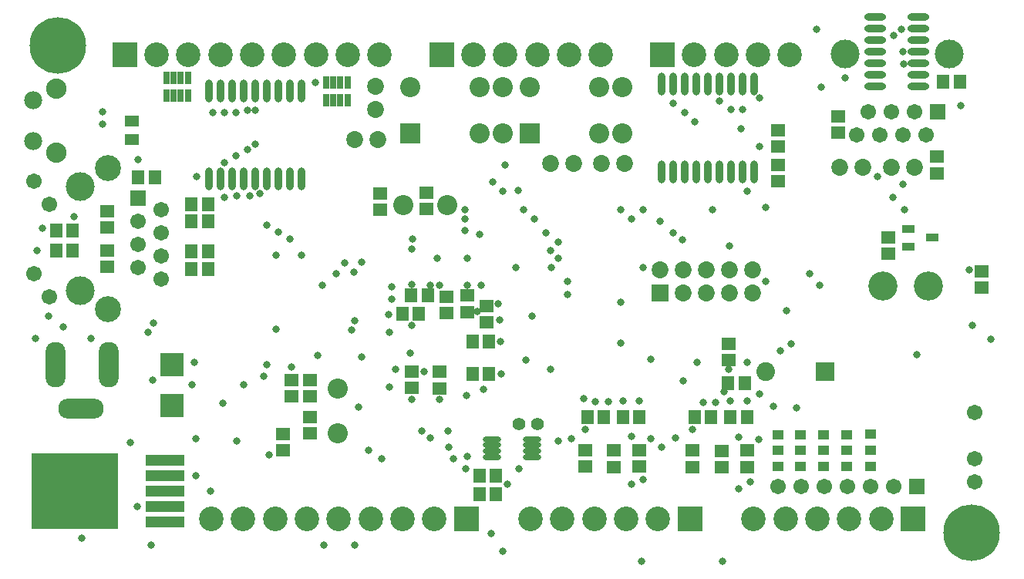
<source format=gbs>
%FSTAX24Y24*%
%MOIN*%
G70*
G01*
G75*
G04 Layer_Color=8388736*
%ADD10C,0.0100*%
%ADD11O,0.0276X0.0984*%
%ADD12R,0.0787X0.0571*%
%ADD13R,0.0591X0.0315*%
%ADD14R,0.0551X0.0472*%
%ADD15R,0.0472X0.0551*%
%ADD16R,0.0118X0.0591*%
%ADD17R,0.0591X0.0118*%
%ADD18C,0.0394*%
%ADD19R,0.0472X0.0532*%
%ADD20R,0.0532X0.0472*%
%ADD21R,0.1969X0.2756*%
%ADD22R,0.1732X0.0866*%
%ADD23R,0.1378X0.0748*%
%ADD24R,0.0177X0.0453*%
%ADD25R,0.1575X0.0670*%
%ADD26R,0.0945X0.0236*%
%ADD27O,0.0945X0.0236*%
%ADD28R,0.0512X0.0394*%
%ADD29C,0.0300*%
%ADD30C,0.0120*%
%ADD31C,0.0472*%
%ADD32C,0.0984*%
%ADD33R,0.0984X0.0984*%
%ADD34C,0.0650*%
%ADD35C,0.1161*%
%ADD36C,0.0591*%
%ADD37R,0.0591X0.0591*%
%ADD38C,0.0591*%
%ADD39R,0.0591X0.0591*%
%ADD40C,0.1181*%
%ADD41C,0.0787*%
%ADD42R,0.0728X0.0728*%
%ADD43C,0.0728*%
%ADD44R,0.0650X0.0650*%
%ADD45R,0.0787X0.0787*%
%ADD46C,0.1043*%
%ADD47R,0.0591X0.0591*%
%ADD48O,0.1890X0.0787*%
%ADD49O,0.0787X0.1890*%
%ADD50C,0.0700*%
%ADD51C,0.0800*%
%ADD52C,0.2362*%
%ADD53C,0.0240*%
%ADD54R,0.0374X0.0335*%
%ADD55O,0.0866X0.0236*%
%ADD56O,0.0709X0.0177*%
%ADD57O,0.0236X0.0906*%
%ADD58R,0.1634X0.0374*%
%ADD59R,0.3701X0.3228*%
%ADD60R,0.0906X0.0906*%
%ADD61R,0.0472X0.0256*%
%ADD62C,0.0200*%
%ADD63O,0.0356X0.1064*%
%ADD64R,0.0867X0.0651*%
%ADD65R,0.0671X0.0395*%
%ADD66R,0.0631X0.0552*%
%ADD67R,0.0552X0.0631*%
%ADD68R,0.0198X0.0671*%
%ADD69R,0.0671X0.0198*%
%ADD70C,0.0474*%
%ADD71R,0.0552X0.0612*%
%ADD72R,0.0612X0.0552*%
%ADD73R,0.2049X0.2836*%
%ADD74R,0.1812X0.0946*%
%ADD75R,0.1458X0.0828*%
%ADD76R,0.0257X0.0533*%
%ADD77R,0.1655X0.0750*%
%ADD78R,0.1025X0.0316*%
%ADD79O,0.1025X0.0316*%
%ADD80R,0.0592X0.0474*%
%ADD81C,0.0552*%
%ADD82C,0.1064*%
%ADD83R,0.1064X0.1064*%
%ADD84C,0.0730*%
%ADD85C,0.1241*%
%ADD86C,0.0671*%
%ADD87R,0.0671X0.0671*%
%ADD88C,0.0671*%
%ADD89R,0.0671X0.0671*%
%ADD90C,0.1261*%
%ADD91C,0.0867*%
%ADD92R,0.0808X0.0808*%
%ADD93C,0.0808*%
%ADD94R,0.0730X0.0730*%
%ADD95R,0.0867X0.0867*%
%ADD96C,0.1123*%
%ADD97R,0.0671X0.0671*%
%ADD98O,0.1970X0.0867*%
%ADD99O,0.0867X0.1970*%
%ADD100C,0.0780*%
%ADD101C,0.0880*%
%ADD102C,0.2442*%
%ADD103C,0.0320*%
%ADD104R,0.0454X0.0415*%
%ADD105O,0.0946X0.0316*%
%ADD106O,0.0789X0.0257*%
%ADD107O,0.0316X0.0986*%
%ADD108R,0.1714X0.0454*%
%ADD109R,0.3781X0.3308*%
%ADD110R,0.0986X0.0986*%
%ADD111R,0.0552X0.0336*%
D66*
X04765Y0186D02*
D03*
Y019309D02*
D03*
X04655Y018591D02*
D03*
Y0193D02*
D03*
X0453Y0186D02*
D03*
Y019309D02*
D03*
X039Y021991D02*
D03*
Y0227D02*
D03*
X0393Y02595D02*
D03*
Y025241D02*
D03*
X04995Y018591D02*
D03*
Y0193D02*
D03*
X04105Y024841D02*
D03*
Y02555D02*
D03*
X0402Y026D02*
D03*
Y025291D02*
D03*
X0378Y022D02*
D03*
Y022709D02*
D03*
X0512Y018583D02*
D03*
Y019291D02*
D03*
X0523Y018591D02*
D03*
Y0193D02*
D03*
X02465Y02725D02*
D03*
Y027959D02*
D03*
Y028941D02*
D03*
Y02965D02*
D03*
X0334Y020046D02*
D03*
Y020754D02*
D03*
Y022354D02*
D03*
Y021646D02*
D03*
X03845Y029746D02*
D03*
Y030454D02*
D03*
X03645Y029696D02*
D03*
Y030404D02*
D03*
D67*
X04765Y02075D02*
D03*
X046941D02*
D03*
X0454D02*
D03*
X046109D02*
D03*
X061504Y03525D02*
D03*
X060796D02*
D03*
X04115Y024D02*
D03*
X040441D02*
D03*
X0374Y0252D02*
D03*
X038109D02*
D03*
X037791Y026D02*
D03*
X0385D02*
D03*
X041159Y0226D02*
D03*
X04045D02*
D03*
X05005Y020741D02*
D03*
X050759D02*
D03*
X0523D02*
D03*
X051591D02*
D03*
X025991Y0311D02*
D03*
X0267D02*
D03*
X029Y0279D02*
D03*
X028291D02*
D03*
X029Y02715D02*
D03*
X028291D02*
D03*
X029Y02995D02*
D03*
X028291D02*
D03*
X029Y0292D02*
D03*
X028291D02*
D03*
D71*
X04145Y0174D02*
D03*
X040741D02*
D03*
X04145Y0182D02*
D03*
X040741D02*
D03*
X051496Y0222D02*
D03*
X052204D02*
D03*
X022446Y0288D02*
D03*
X023154D02*
D03*
X022441Y02795D02*
D03*
X02315D02*
D03*
D72*
X05625Y033748D02*
D03*
Y033039D02*
D03*
X0605Y032002D02*
D03*
Y031293D02*
D03*
X0515Y023196D02*
D03*
Y023904D02*
D03*
X0584Y027796D02*
D03*
Y028504D02*
D03*
X0326Y022359D02*
D03*
Y02165D02*
D03*
X03225Y019296D02*
D03*
Y020004D02*
D03*
X05365Y03095D02*
D03*
Y031659D02*
D03*
Y033154D02*
D03*
Y032446D02*
D03*
X06245Y027059D02*
D03*
Y02635D02*
D03*
D76*
X03473Y0352D02*
D03*
X035045D02*
D03*
Y034432D02*
D03*
X03473D02*
D03*
X034415D02*
D03*
X0341D02*
D03*
Y0352D02*
D03*
X034415D02*
D03*
X02783Y0354D02*
D03*
X028145D02*
D03*
Y034632D02*
D03*
X02783D02*
D03*
X027515D02*
D03*
X0272D02*
D03*
Y0354D02*
D03*
X027515D02*
D03*
D80*
X0257Y033544D02*
D03*
Y032756D02*
D03*
D81*
X04325Y02045D02*
D03*
X042463D02*
D03*
D82*
X053966Y01635D02*
D03*
X056722D02*
D03*
X052588D02*
D03*
X055344D02*
D03*
X0581D02*
D03*
X044328D02*
D03*
X047084D02*
D03*
X04295D02*
D03*
X045706D02*
D03*
X048462D02*
D03*
X026778Y0364D02*
D03*
X029534D02*
D03*
X03229D02*
D03*
X033668D02*
D03*
X028156D02*
D03*
X035046D02*
D03*
X030912D02*
D03*
X036424D02*
D03*
X03879Y01635D02*
D03*
X036034D02*
D03*
X033278D02*
D03*
X0319D02*
D03*
X037412D02*
D03*
X030522D02*
D03*
X034656D02*
D03*
X029144D02*
D03*
X044612Y0364D02*
D03*
X041856D02*
D03*
X04599D02*
D03*
X043234D02*
D03*
X040478D02*
D03*
X050028D02*
D03*
X052784D02*
D03*
X051406D02*
D03*
X054162D02*
D03*
D83*
X059478Y01635D02*
D03*
X04984D02*
D03*
X0254Y0364D02*
D03*
X040168Y01635D02*
D03*
X0391Y0364D02*
D03*
X04865D02*
D03*
D84*
X0573Y031548D02*
D03*
X0563D02*
D03*
X05955D02*
D03*
X05855D02*
D03*
X047Y0317D02*
D03*
X046D02*
D03*
X0438D02*
D03*
X0448D02*
D03*
X03625Y03505D02*
D03*
Y03405D02*
D03*
X03535Y03275D02*
D03*
X03635D02*
D03*
X05255Y0271D02*
D03*
Y0261D02*
D03*
X05155Y0271D02*
D03*
Y0261D02*
D03*
X05055Y0271D02*
D03*
Y0261D02*
D03*
X04955Y0271D02*
D03*
Y0261D02*
D03*
X04855Y0271D02*
D03*
D85*
X05655Y036448D02*
D03*
X06105D02*
D03*
X02347Y0262D02*
D03*
Y0307D02*
D03*
D86*
X05955Y033948D02*
D03*
X05855D02*
D03*
X05905Y032948D02*
D03*
X05805D02*
D03*
X05755Y033948D02*
D03*
X06005Y032948D02*
D03*
X05705D02*
D03*
X02597Y0292D02*
D03*
Y0282D02*
D03*
X02697Y0287D02*
D03*
Y0277D02*
D03*
X02597Y0272D02*
D03*
X02697Y0297D02*
D03*
Y0267D02*
D03*
X02215Y02595D02*
D03*
X02147Y02695D02*
D03*
X02215Y02995D02*
D03*
X02147Y03095D02*
D03*
D87*
X06055Y033948D02*
D03*
D88*
X05765Y01775D02*
D03*
X05865D02*
D03*
X05665D02*
D03*
X05565D02*
D03*
X05465D02*
D03*
X05365D02*
D03*
X06215Y01795D02*
D03*
Y01895D02*
D03*
Y02095D02*
D03*
D89*
X05965Y01775D02*
D03*
D90*
X06015Y0264D02*
D03*
X058182D02*
D03*
D91*
X0346Y021961D02*
D03*
Y020039D02*
D03*
X039361Y0299D02*
D03*
X037439D02*
D03*
X0459Y033D02*
D03*
X0469D02*
D03*
X0429Y035D02*
D03*
X0459D02*
D03*
X0469D02*
D03*
X04175D02*
D03*
X04075D02*
D03*
X03775D02*
D03*
X04175Y033D02*
D03*
X04075D02*
D03*
D92*
X05568Y0227D02*
D03*
D93*
X05312D02*
D03*
D94*
X04855Y0261D02*
D03*
D95*
X0429Y033D02*
D03*
X03775D02*
D03*
D96*
X02467Y0254D02*
D03*
Y0315D02*
D03*
D97*
X02597Y0302D02*
D03*
D98*
X023523Y02111D02*
D03*
D99*
X022421Y023D02*
D03*
X024704D02*
D03*
D100*
X02146Y034435D02*
D03*
Y032665D02*
D03*
D101*
X02244Y03493D02*
D03*
Y03217D02*
D03*
D102*
X0225Y0368D02*
D03*
X062Y01575D02*
D03*
D103*
X0555Y035D02*
D03*
X05865Y03725D02*
D03*
X05655Y0354D02*
D03*
X0619Y0271D02*
D03*
X03395Y02645D02*
D03*
X0352Y0245D02*
D03*
X02445Y0334D02*
D03*
Y03395D02*
D03*
X03535Y0152D02*
D03*
X034D02*
D03*
X03535Y0249D02*
D03*
X05445Y02115D02*
D03*
X05545Y02645D02*
D03*
X055Y02695D02*
D03*
X06285Y0241D02*
D03*
X0491Y0343D02*
D03*
X0496Y0339D02*
D03*
X05285Y03455D02*
D03*
X0521Y03405D02*
D03*
X0516D02*
D03*
X0511Y0344D02*
D03*
X0285Y03115D02*
D03*
X025991Y031891D02*
D03*
X0232Y0294D02*
D03*
X02185Y0289D02*
D03*
X0216Y02795D02*
D03*
X02275Y02465D02*
D03*
X02155Y02415D02*
D03*
X02395D02*
D03*
X0221Y0251D02*
D03*
X0264Y0244D02*
D03*
X0314Y0225D02*
D03*
X0365Y01895D02*
D03*
X038609Y019859D02*
D03*
X02665Y0248D02*
D03*
X03155Y023D02*
D03*
X03595Y0193D02*
D03*
X03825Y02015D02*
D03*
X0266Y02235D02*
D03*
X03195Y02775D02*
D03*
Y02455D02*
D03*
X028291Y02995D02*
D03*
Y0292D02*
D03*
Y02715D02*
D03*
Y0279D02*
D03*
X03565Y02335D02*
D03*
X033759Y023409D02*
D03*
X02595Y016881D02*
D03*
X02355Y0155D02*
D03*
X028481Y018219D02*
D03*
Y019819D02*
D03*
X02655Y0152D02*
D03*
X03165Y0191D02*
D03*
X0523Y021441D02*
D03*
X051591Y02145D02*
D03*
X05095Y021391D02*
D03*
X0504D02*
D03*
X05195Y019891D02*
D03*
X04995Y0202D02*
D03*
X037822Y026472D02*
D03*
X039003Y021497D02*
D03*
X039Y02645D02*
D03*
X0378Y0215D02*
D03*
X0416Y02495D02*
D03*
X04165Y024D02*
D03*
X042737Y023213D02*
D03*
X04155Y02565D02*
D03*
X0386Y02645D02*
D03*
X0378Y0247D02*
D03*
X03685Y0244D02*
D03*
X03775Y0235D02*
D03*
X037131Y022819D02*
D03*
X03835Y0227D02*
D03*
X0408Y02645D02*
D03*
X04065Y0253D02*
D03*
X040184Y021684D02*
D03*
X041672Y022622D02*
D03*
X0409Y02195D02*
D03*
X03105Y034D02*
D03*
Y03255D02*
D03*
X0307Y034D02*
D03*
Y0323D02*
D03*
X0302Y0339D02*
D03*
Y03205D02*
D03*
X0297Y0339D02*
D03*
Y03175D02*
D03*
X03305Y02775D02*
D03*
X03255Y02845D02*
D03*
X03205Y02875D02*
D03*
X03155Y02905D02*
D03*
X0326Y0229D02*
D03*
X03125Y0304D02*
D03*
X0308Y0303D02*
D03*
X03025D02*
D03*
X0297Y03025D02*
D03*
X0355Y021168D02*
D03*
X04955Y0223D02*
D03*
X0523Y0231D02*
D03*
X05015D02*
D03*
X04815Y02325D02*
D03*
X04075Y02865D02*
D03*
X0401Y0288D02*
D03*
X0389Y0276D02*
D03*
X0402D02*
D03*
X0401Y0293D02*
D03*
Y0297D02*
D03*
X0402Y02645D02*
D03*
X036962Y026362D02*
D03*
X03695Y02585D02*
D03*
X03565Y02745D02*
D03*
X0353Y027D02*
D03*
X0349Y0274D02*
D03*
X036831Y025181D02*
D03*
X03455Y02695D02*
D03*
X04455Y0266D02*
D03*
X0292Y0339D02*
D03*
X02565Y01965D02*
D03*
X0284Y023096D02*
D03*
X03025Y0197D02*
D03*
X0291Y01755D02*
D03*
X0283Y02215D02*
D03*
X03055D02*
D03*
X03365Y0352D02*
D03*
X02965Y021354D02*
D03*
X03685Y02205D02*
D03*
X039397Y020153D02*
D03*
X0394Y01945D02*
D03*
X0396Y01895D02*
D03*
X04015Y0185D02*
D03*
X0402Y01905D02*
D03*
X04245Y0185D02*
D03*
X04195Y01785D02*
D03*
X04685Y02395D02*
D03*
Y0257D02*
D03*
X0378Y028D02*
D03*
X043Y0251D02*
D03*
X03785Y02845D02*
D03*
X0438Y0228D02*
D03*
X04815Y0198D02*
D03*
X0453Y0202D02*
D03*
X0473Y0199D02*
D03*
X04575Y0214D02*
D03*
X0463D02*
D03*
X046941Y021459D02*
D03*
X04765Y02145D02*
D03*
X0478Y01805D02*
D03*
X04775Y0145D02*
D03*
X0473Y01785D02*
D03*
X05195Y01765D02*
D03*
X05245Y01795D02*
D03*
X05125Y0145D02*
D03*
X0528Y019791D02*
D03*
X058999Y037525D02*
D03*
X059099Y036025D02*
D03*
X059062Y036538D02*
D03*
X04415Y0197D02*
D03*
X0515Y0228D02*
D03*
X04525Y02155D02*
D03*
X0447Y0198D02*
D03*
X054Y02535D02*
D03*
X05375Y0236D02*
D03*
X0542Y0239D02*
D03*
X0413Y0309D02*
D03*
X04185Y03165D02*
D03*
X04175Y0305D02*
D03*
X0424Y03055D02*
D03*
X0523Y0305D02*
D03*
X052048Y033198D02*
D03*
X05285Y03245D02*
D03*
X05005Y0335D02*
D03*
X0531Y0266D02*
D03*
X05285Y02175D02*
D03*
X0513Y02185D02*
D03*
X04265Y0297D02*
D03*
X04685D02*
D03*
X0431Y0293D02*
D03*
X0473D02*
D03*
X04415Y0276D02*
D03*
X0438Y02795D02*
D03*
X05155Y02815D02*
D03*
X04415Y0283D02*
D03*
X0436Y0287D02*
D03*
X0486Y01945D02*
D03*
X0492Y01985D02*
D03*
X06205Y0247D02*
D03*
X0491Y0287D02*
D03*
X0495Y0284D02*
D03*
X0423Y0272D02*
D03*
X04385D02*
D03*
X0478D02*
D03*
Y0297D02*
D03*
X0508D02*
D03*
X04855Y0292D02*
D03*
X05905Y0308D02*
D03*
X05795Y03115D02*
D03*
X0586Y03025D02*
D03*
X0591Y0297D02*
D03*
X06155Y0342D02*
D03*
X0553Y0375D02*
D03*
X04455Y02605D02*
D03*
X0531Y0298D02*
D03*
X04175Y01495D02*
D03*
X0566Y018611D02*
D03*
X05765Y018617D02*
D03*
X04125Y0157D02*
D03*
X0556Y018611D02*
D03*
X05365D02*
D03*
X05345Y0212D02*
D03*
X05965Y02345D02*
D03*
D104*
X05365Y018611D02*
D03*
Y019989D02*
D03*
Y0193D02*
D03*
X0546Y018611D02*
D03*
Y019989D02*
D03*
Y0193D02*
D03*
X0556Y018611D02*
D03*
Y019989D02*
D03*
Y0193D02*
D03*
X0566Y018611D02*
D03*
Y019989D02*
D03*
Y0193D02*
D03*
X05765Y018617D02*
D03*
Y019994D02*
D03*
Y019306D02*
D03*
D105*
X057841Y035038D02*
D03*
Y035538D02*
D03*
Y036038D02*
D03*
Y036538D02*
D03*
Y037038D02*
D03*
Y037538D02*
D03*
Y038038D02*
D03*
X059731Y035038D02*
D03*
Y035538D02*
D03*
Y036038D02*
D03*
Y036538D02*
D03*
Y037038D02*
D03*
Y037538D02*
D03*
Y038038D02*
D03*
D106*
X043026Y019784D02*
D03*
Y019528D02*
D03*
Y019272D02*
D03*
Y019016D02*
D03*
X041274Y019784D02*
D03*
Y019528D02*
D03*
Y019272D02*
D03*
Y019016D02*
D03*
D107*
X02905Y03485D02*
D03*
X02955D02*
D03*
X03005D02*
D03*
X03055D02*
D03*
X03105D02*
D03*
X03155D02*
D03*
X03205D02*
D03*
X03255D02*
D03*
X03305D02*
D03*
X02905Y031031D02*
D03*
X02955D02*
D03*
X03005D02*
D03*
X03055D02*
D03*
X03105D02*
D03*
X03155D02*
D03*
X03205D02*
D03*
X03255D02*
D03*
X03305D02*
D03*
X0486Y035159D02*
D03*
X0491D02*
D03*
X0496D02*
D03*
X0501D02*
D03*
X0506D02*
D03*
X0511D02*
D03*
X0516D02*
D03*
X0521D02*
D03*
X0526D02*
D03*
X0486Y031341D02*
D03*
X0491D02*
D03*
X0496D02*
D03*
X0501D02*
D03*
X0506D02*
D03*
X0511D02*
D03*
X0516D02*
D03*
X0521D02*
D03*
X0526D02*
D03*
D108*
X027161Y018889D02*
D03*
Y018219D02*
D03*
Y01755D02*
D03*
Y016881D02*
D03*
Y016211D02*
D03*
D109*
X023243Y01755D02*
D03*
D110*
X02745Y023022D02*
D03*
Y02125D02*
D03*
D111*
X059278Y028874D02*
D03*
Y028126D02*
D03*
X060322Y0285D02*
D03*
M02*

</source>
